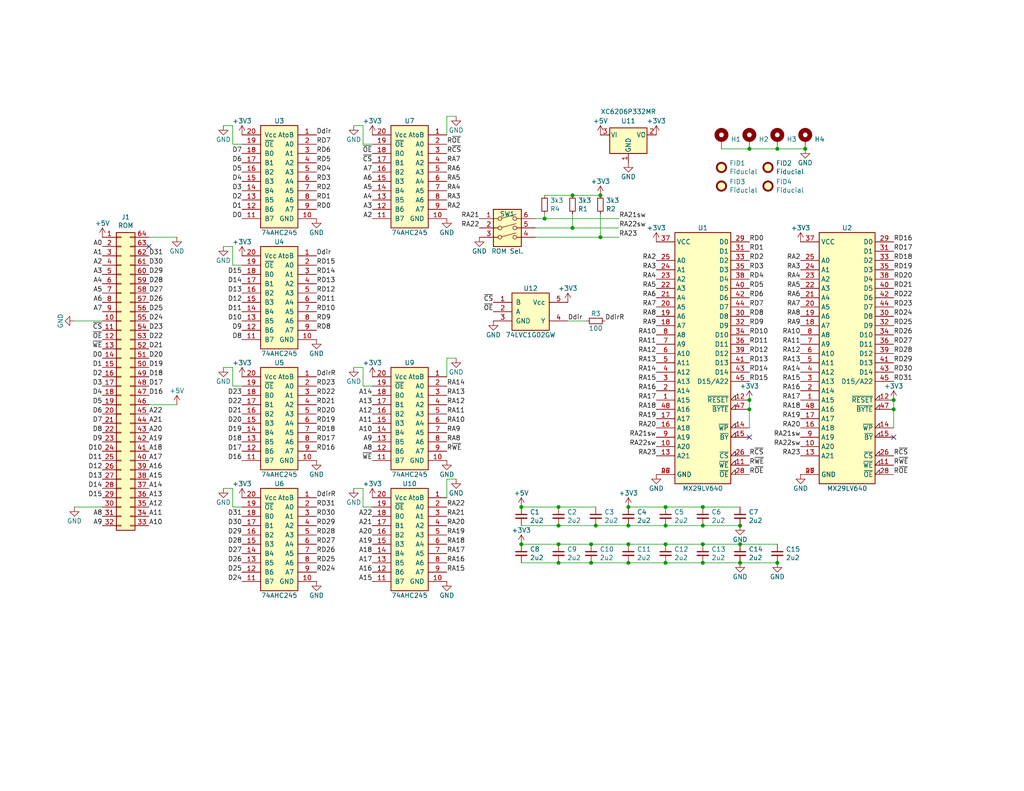
<source format=kicad_sch>
(kicad_sch (version 20211123) (generator eeschema)
  (paper "USLetter")
  (title_block (title "GW4402C Schematic") (date "2022-02-05") (rev "1.0") (company "Garrett's Workshop"))
  (lib_symbols
    (symbol "Connector_Generic:Conn_02x32_Counter_Clockwise" (pin_names (offset 1.016) hide)
      (property "Reference" "J" (at 1.27 40.64 0))
      (property "Value" "Conn_02x32_Counter_Clockwise" (at 1.27 -43.18 0))
      (symbol "Conn_02x32_Counter_Clockwise_1_1"
        (pin passive line (at -5.08 38.1 0) (length 3.81) (name "Pin_1") (number "1"))
        (pin passive line (at -5.08 15.24 0) (length 3.81) (name "Pin_10") (number "10"))
        (pin passive line (at -5.08 12.7 0) (length 3.81) (name "Pin_11") (number "11"))
        (pin passive line (at -5.08 10.16 0) (length 3.81) (name "Pin_12") (number "12"))
        (pin passive line (at -5.08 7.62 0) (length 3.81) (name "Pin_13") (number "13"))
        (pin passive line (at -5.08 5.08 0) (length 3.81) (name "Pin_14") (number "14"))
        (pin passive line (at -5.08 2.54 0) (length 3.81) (name "Pin_15") (number "15"))
        (pin passive line (at -5.08 0 0) (length 3.81) (name "Pin_16") (number "16"))
        (pin passive line (at -5.08 -2.54 0) (length 3.81) (name "Pin_17") (number "17"))
        (pin passive line (at -5.08 -5.08 0) (length 3.81) (name "Pin_18") (number "18"))
        (pin passive line (at -5.08 -7.62 0) (length 3.81) (name "Pin_19") (number "19"))
        (pin passive line (at -5.08 35.56 0) (length 3.81) (name "Pin_2") (number "2"))
        (pin passive line (at -5.08 -10.16 0) (length 3.81) (name "Pin_20") (number "20"))
        (pin passive line (at -5.08 -12.7 0) (length 3.81) (name "Pin_21") (number "21"))
        (pin passive line (at -5.08 -15.24 0) (length 3.81) (name "Pin_22") (number "22"))
        (pin passive line (at -5.08 -17.78 0) (length 3.81) (name "Pin_23") (number "23"))
        (pin passive line (at -5.08 -20.32 0) (length 3.81) (name "Pin_24") (number "24"))
        (pin passive line (at -5.08 -22.86 0) (length 3.81) (name "Pin_25") (number "25"))
        (pin passive line (at -5.08 -25.4 0) (length 3.81) (name "Pin_26") (number "26"))
        (pin passive line (at -5.08 -27.94 0) (length 3.81) (name "Pin_27") (number "27"))
        (pin passive line (at -5.08 -30.48 0) (length 3.81) (name "Pin_28") (number "28"))
        (pin passive line (at -5.08 -33.02 0) (length 3.81) (name "Pin_29") (number "29"))
        (pin passive line (at -5.08 33.02 0) (length 3.81) (name "Pin_3") (number "3"))
        (pin passive line (at -5.08 -35.56 0) (length 3.81) (name "Pin_30") (number "30"))
        (pin passive line (at -5.08 -38.1 0) (length 3.81) (name "Pin_31") (number "31"))
        (pin passive line (at -5.08 -40.64 0) (length 3.81) (name "Pin_32") (number "32"))
        (pin passive line (at 7.62 -40.64 180) (length 3.81) (name "Pin_33") (number "33"))
        (pin passive line (at 7.62 -38.1 180) (length 3.81) (name "Pin_34") (number "34"))
        (pin passive line (at 7.62 -35.56 180) (length 3.81) (name "Pin_35") (number "35"))
        (pin passive line (at 7.62 -33.02 180) (length 3.81) (name "Pin_36") (number "36"))
        (pin passive line (at 7.62 -30.48 180) (length 3.81) (name "Pin_37") (number "37"))
        (pin passive line (at 7.62 -27.94 180) (length 3.81) (name "Pin_38") (number "38"))
        (pin passive line (at 7.62 -25.4 180) (length 3.81) (name "Pin_39") (number "39"))
        (pin passive line (at -5.08 30.48 0) (length 3.81) (name "Pin_4") (number "4"))
        (pin passive line (at 7.62 -22.86 180) (length 3.81) (name "Pin_40") (number "40"))
        (pin passive line (at 7.62 -20.32 180) (length 3.81) (name "Pin_41") (number "41"))
        (pin passive line (at 7.62 -17.78 180) (length 3.81) (name "Pin_42") (number "42"))
        (pin passive line (at 7.62 -15.24 180) (length 3.81) (name "Pin_43") (number "43"))
        (pin passive line (at 7.62 -12.7 180) (length 3.81) (name "Pin_44") (number "44"))
        (pin passive line (at 7.62 -10.16 180) (length 3.81) (name "Pin_45") (number "45"))
        (pin passive line (at 7.62 -7.62 180) (length 3.81) (name "Pin_46") (number "46"))
        (pin passive line (at 7.62 -5.08 180) (length 3.81) (name "Pin_47") (number "47"))
        (pin passive line (at 7.62 -2.54 180) (length 3.81) (name "Pin_48") (number "48"))
        (pin passive line (at 7.62 0 180) (length 3.81) (name "Pin_49") (number "49"))
        (pin passive line (at -5.08 27.94 0) (length 3.81) (name "Pin_5") (number "5"))
        (pin passive line (at 7.62 2.54 180) (length 3.81) (name "Pin_50") (number "50"))
        (pin passive line (at 7.62 5.08 180) (length 3.81) (name "Pin_51") (number "51"))
        (pin passive line (at 7.62 7.62 180) (length 3.81) (name "Pin_52") (number "52"))
        (pin passive line (at 7.62 10.16 180) (length 3.81) (name "Pin_53") (number "53"))
        (pin passive line (at 7.62 12.7 180) (length 3.81) (name "Pin_54") (number "54"))
        (pin passive line (at 7.62 15.24 180) (length 3.81) (name "Pin_55") (number "55"))
        (pin passive line (at 7.62 17.78 180) (length 3.81) (name "Pin_56") (number "56"))
        (pin passive line (at 7.62 20.32 180) (length 3.81) (name "Pin_57") (number "57"))
        (pin passive line (at 7.62 22.86 180) (length 3.81) (name "Pin_58") (number "58"))
        (pin passive line (at 7.62 25.4 180) (length 3.81) (name "Pin_59") (number "59"))
        (pin passive line (at -5.08 25.4 0) (length 3.81) (name "Pin_6") (number "6"))
        (pin passive line (at 7.62 27.94 180) (length 3.81) (name "Pin_60") (number "60"))
        (pin passive line (at 7.62 30.48 180) (length 3.81) (name "Pin_61") (number "61"))
        (pin passive line (at 7.62 33.02 180) (length 3.81) (name "Pin_62") (number "62"))
        (pin passive line (at 7.62 35.56 180) (length 3.81) (name "Pin_63") (number "63"))
        (pin passive line (at 7.62 38.1 180) (length 3.81) (name "Pin_64") (number "64"))
        (pin passive line (at -5.08 22.86 0) (length 3.81) (name "Pin_7") (number "7"))
        (pin passive line (at -5.08 20.32 0) (length 3.81) (name "Pin_8") (number "8"))
        (pin passive line (at -5.08 17.78 0) (length 3.81) (name "Pin_9") (number "9"))
      )
    )
    (symbol "Device:C_Small" (pin_numbers hide) (pin_names (offset 0.254) hide)
      (property "Reference" "C" (at 0.254 1.778 0))
      (property "Value" "C_Small" (at 0.254 -2.032 0))
      (symbol "C_Small_1_1"
        (pin passive line (at 0 2.54 270) (length 2.032) (name "~") (number "1"))
        (pin passive line (at 0 -2.54 90) (length 2.032) (name "~") (number "2"))
      )
    )
    (symbol "Device:R_Small" (pin_numbers hide) (pin_names (offset 0.254) hide)
      (property "Reference" "R" (at 0.762 0.508 0))
      (property "Value" "R_Small" (at 0.762 -1.016 0))
      (symbol "R_Small_1_1"
        (pin passive line (at 0 2.54 270) (length 0.762) (name "~") (number "1"))
        (pin passive line (at 0 -2.54 90) (length 0.762) (name "~") (number "2"))
      )
    )
    (symbol "GW_Logic:741G02GW" (pin_names (offset 1.016))
      (property "Reference" "U" (at 0 6.35 0))
      (property "Value" "741G02GW" (at 0 -6.35 0))
      (symbol "741G02GW_1_1"
        (pin input line (at -10.16 2.54 0) (length 5.08) (name "B") (number "1"))
        (pin input line (at -10.16 0 0) (length 5.08) (name "A") (number "2"))
        (pin power_in line (at -10.16 -2.54 0) (length 5.08) (name "GND") (number "3"))
        (pin output line (at 10.16 -2.54 180) (length 5.08) (name "Y") (number "4"))
        (pin power_in line (at 10.16 2.54 180) (length 5.08) (name "Vcc") (number "5"))
      )
    )
    (symbol "GW_Logic:74245" (pin_names (offset 1.016))
      (property "Reference" "U" (at 0 15.24 0))
      (property "Value" "74245" (at 0 0 90))
      (symbol "74245_1_1"
        (pin input line (at -10.16 11.43 0) (length 5.08) (name "AtoB") (number "1"))
        (pin power_in line (at -10.16 -11.43 0) (length 5.08) (name "GND") (number "10"))
        (pin bidirectional line (at 10.16 -11.43 180) (length 5.08) (name "B7") (number "11"))
        (pin bidirectional line (at 10.16 -8.89 180) (length 5.08) (name "B6") (number "12"))
        (pin bidirectional line (at 10.16 -6.35 180) (length 5.08) (name "B5") (number "13"))
        (pin bidirectional line (at 10.16 -3.81 180) (length 5.08) (name "B4") (number "14"))
        (pin bidirectional line (at 10.16 -1.27 180) (length 5.08) (name "B3") (number "15"))
        (pin bidirectional line (at 10.16 1.27 180) (length 5.08) (name "B2") (number "16"))
        (pin bidirectional line (at 10.16 3.81 180) (length 5.08) (name "B1") (number "17"))
        (pin bidirectional line (at 10.16 6.35 180) (length 5.08) (name "B0") (number "18"))
        (pin input line (at 10.16 8.89 180) (length 5.08) (name "~{OE}") (number "19"))
        (pin bidirectional line (at -10.16 8.89 0) (length 5.08) (name "A0") (number "2"))
        (pin power_in line (at 10.16 11.43 180) (length 5.08) (name "Vcc") (number "20"))
        (pin bidirectional line (at -10.16 6.35 0) (length 5.08) (name "A1") (number "3"))
        (pin bidirectional line (at -10.16 3.81 0) (length 5.08) (name "A2") (number "4"))
        (pin bidirectional line (at -10.16 1.27 0) (length 5.08) (name "A3") (number "5"))
        (pin bidirectional line (at -10.16 -1.27 0) (length 5.08) (name "A4") (number "6"))
        (pin bidirectional line (at -10.16 -3.81 0) (length 5.08) (name "A5") (number "7"))
        (pin bidirectional line (at -10.16 -6.35 0) (length 5.08) (name "A6") (number "8"))
        (pin bidirectional line (at -10.16 -8.89 0) (length 5.08) (name "A7") (number "9"))
      )
    )
    (symbol "GW_RAM:Flash-4Mx16-TSOP1-48"
      (property "Reference" "U" (at 0 26.67 0))
      (property "Value" "Flash-4Mx16-TSOP1-48" (at 0 0 90))
      (symbol "Flash-4Mx16-TSOP1-48_0_0"
        (pin power_in line (at -12.7 -40.64 0) (length 5.08) (name "GND") (number "27"))
        (pin power_in line (at -12.7 22.86 0) (length 5.08) (name "VCC") (number "37"))
      )
      (symbol "Flash-4Mx16-TSOP1-48_1_1"
        (pin input line (at -12.7 -20.32 0) (length 5.08) (name "A15") (number "1"))
        (pin input line (at -12.7 -33.02 0) (length 5.08) (name "A20") (number "10"))
        (pin input input_low (at 12.7 -38.1 180) (length 5.08) (name "~{WE}") (number "11"))
        (pin input input_low (at 12.7 -20.32 180) (length 5.08) (name "~{RESET}") (number "12"))
        (pin input line (at -12.7 -35.56 0) (length 5.08) (name "A21") (number "13"))
        (pin input input_low (at 12.7 -27.94 180) (length 5.08) (name "~{WP}") (number "14"))
        (pin input input_low (at 12.7 -30.48 180) (length 5.08) (name "~{BY}") (number "15"))
        (pin input line (at -12.7 -27.94 0) (length 5.08) (name "A18") (number "16"))
        (pin input line (at -12.7 -25.4 0) (length 5.08) (name "A17") (number "17"))
        (pin input line (at -12.7 0 0) (length 5.08) (name "A7") (number "18"))
        (pin input line (at -12.7 2.54 0) (length 5.08) (name "A6") (number "19"))
        (pin input line (at -12.7 -17.78 0) (length 5.08) (name "A14") (number "2"))
        (pin input line (at -12.7 5.08 0) (length 5.08) (name "A5") (number "20"))
        (pin input line (at -12.7 7.62 0) (length 5.08) (name "A4") (number "21"))
        (pin input line (at -12.7 10.16 0) (length 5.08) (name "A3") (number "22"))
        (pin input line (at -12.7 12.7 0) (length 5.08) (name "A2") (number "23"))
        (pin input line (at -12.7 15.24 0) (length 5.08) (name "A1") (number "24"))
        (pin input line (at -12.7 17.78 0) (length 5.08) (name "A0") (number "25"))
        (pin input input_low (at 12.7 -35.56 180) (length 5.08) (name "~{CS}") (number "26"))
        (pin input input_low (at 12.7 -40.64 180) (length 5.08) (name "~{OE}") (number "28"))
        (pin bidirectional line (at 12.7 22.86 180) (length 5.08) (name "D0") (number "29"))
        (pin input line (at -12.7 -15.24 0) (length 5.08) (name "A13") (number "3"))
        (pin bidirectional line (at 12.7 2.54 180) (length 5.08) (name "D8") (number "30"))
        (pin bidirectional line (at 12.7 20.32 180) (length 5.08) (name "D1") (number "31"))
        (pin bidirectional line (at 12.7 0 180) (length 5.08) (name "D9") (number "32"))
        (pin bidirectional line (at 12.7 17.78 180) (length 5.08) (name "D2") (number "33"))
        (pin bidirectional line (at 12.7 -2.54 180) (length 5.08) (name "D10") (number "34"))
        (pin bidirectional line (at 12.7 15.24 180) (length 5.08) (name "D3") (number "35"))
        (pin bidirectional line (at 12.7 -5.08 180) (length 5.08) (name "D11") (number "36"))
        (pin bidirectional line (at 12.7 12.7 180) (length 5.08) (name "D4") (number "38"))
        (pin bidirectional line (at 12.7 -7.62 180) (length 5.08) (name "D12") (number "39"))
        (pin input line (at -12.7 -12.7 0) (length 5.08) (name "A12") (number "4"))
        (pin bidirectional line (at 12.7 10.16 180) (length 5.08) (name "D5") (number "40"))
        (pin bidirectional line (at 12.7 -10.16 180) (length 5.08) (name "D13") (number "41"))
        (pin bidirectional line (at 12.7 7.62 180) (length 5.08) (name "D6") (number "42"))
        (pin bidirectional line (at 12.7 -12.7 180) (length 5.08) (name "D14") (number "43"))
        (pin bidirectional line (at 12.7 5.08 180) (length 5.08) (name "D7") (number "44"))
        (pin bidirectional line (at 12.7 -15.24 180) (length 5.08) (name "D15/A22") (number "45"))
        (pin power_in line (at -12.7 -40.64 0) (length 5.08) (name "GND") (number "46"))
        (pin input input_low (at 12.7 -22.86 180) (length 5.08) (name "~{BYTE}") (number "47"))
        (pin input line (at -12.7 -22.86 0) (length 5.08) (name "A16") (number "48"))
        (pin input line (at -12.7 -10.16 0) (length 5.08) (name "A11") (number "5"))
        (pin input line (at -12.7 -7.62 0) (length 5.08) (name "A10") (number "6"))
        (pin input line (at -12.7 -5.08 0) (length 5.08) (name "A9") (number "7"))
        (pin input line (at -12.7 -2.54 0) (length 5.08) (name "A8") (number "8"))
        (pin input line (at -12.7 -30.48 0) (length 5.08) (name "A19") (number "9"))
      )
    )
    (symbol "Mechanical:Fiducial"
      (property "Reference" "FID" (at 0 5.08 0))
      (property "Value" "Fiducial" (at 0 3.175 0))
    )
    (symbol "Mechanical:MountingHole_Pad" (pin_numbers hide) (pin_names (offset 1.016) hide)
      (property "Reference" "H" (at 0 6.35 0))
      (property "Value" "MountingHole_Pad" (at 0 4.445 0))
      (symbol "MountingHole_Pad_1_1"
        (pin input line (at 0 -2.54 90) (length 2.54) (name "1") (number "1"))
      )
    )
    (symbol "Regulator_Linear:XC6206PxxxMR" (pin_names (offset 0.254))
      (property "Reference" "U" (at -3.81 3.175 0))
      (property "Value" "XC6206PxxxMR" (at 0 3.175 0))
      (symbol "XC6206PxxxMR_1_1"
        (pin power_in line (at 0 -7.62 90) (length 2.54) (name "GND") (number "1"))
        (pin power_out line (at 7.62 0 180) (length 2.54) (name "VO") (number "2"))
        (pin power_in line (at -7.62 0 0) (length 2.54) (name "VI") (number "3"))
      )
    )
    (symbol "Switch:SW_DIP_x03" (pin_names (offset 0) hide)
      (property "Reference" "SW" (at 0 8.89 0))
      (property "Value" "SW_DIP_x03" (at 0 -3.81 0))
      (symbol "SW_DIP_x03_1_1"
        (pin passive line (at -7.62 5.08 0) (length 5.08) (name "~") (number "1"))
        (pin passive line (at -7.62 2.54 0) (length 5.08) (name "~") (number "2"))
        (pin passive line (at -7.62 0 0) (length 5.08) (name "~") (number "3"))
        (pin passive line (at 7.62 0 180) (length 5.08) (name "~") (number "4"))
        (pin passive line (at 7.62 2.54 180) (length 5.08) (name "~") (number "5"))
        (pin passive line (at 7.62 5.08 180) (length 5.08) (name "~") (number "6"))
      )
    )
    (symbol "power:+3V3" (power) (pin_names (offset 0))
      (property "Value" "+3V3" (at 0 3.556 0))
      (symbol "+3V3_1_1"
        (pin power_in line (at 0 0 90) (length 0) hide (name "+3V3") (number "1"))
      )
    )
    (symbol "power:+5V" (power) (pin_names (offset 0))
      (property "Value" "+5V" (at 0 3.556 0))
      (symbol "+5V_1_1"
        (pin power_in line (at 0 0 90) (length 0) hide (name "+5V") (number "1"))
      )
    )
    (symbol "power:GND" (power) (pin_names (offset 0))
      (property "Value" "GND" (at 0 -3.81 0))
      (symbol "GND_1_1"
        (pin power_in line (at 0 0 270) (length 0) hide (name "GND") (number "1"))
      )
    )
  )
  (junction (at 181.61 138.43))
  (junction (at 171.45 138.43))
  (junction (at 152.4 148.59))
  (junction (at 156.21 53.34))
  (junction (at 219.71 40.64))
  (junction (at 142.24 148.59))
  (junction (at 171.45 143.51))
  (junction (at 204.47 109.22))
  (junction (at 171.45 148.59))
  (junction (at 161.29 148.59))
  (junction (at 212.09 153.67))
  (junction (at 204.47 40.64))
  (junction (at 191.77 138.43))
  (junction (at 163.83 64.77))
  (junction (at 212.09 40.64))
  (junction (at 161.29 153.67))
  (junction (at 156.21 62.23))
  (junction (at 191.77 148.59))
  (junction (at 142.24 138.43))
  (junction (at 152.4 143.51))
  (junction (at 181.61 143.51))
  (junction (at 201.93 153.67))
  (junction (at 163.83 53.34))
  (junction (at 162.56 143.51))
  (junction (at 191.77 143.51))
  (junction (at 148.59 59.69))
  (junction (at 181.61 148.59))
  (junction (at 243.84 111.76))
  (junction (at 204.47 111.76))
  (junction (at 171.45 153.67))
  (junction (at 201.93 148.59))
  (junction (at 191.77 153.67))
  (junction (at 152.4 153.67))
  (junction (at 201.93 143.51))
  (junction (at 181.61 153.67))
  (junction (at 152.4 138.43))
  (junction (at 243.84 109.22))
  (no_connect (at 40.64 67.31))
  (no_connect (at 204.47 119.38))
  (no_connect (at 243.84 119.38))
  (wire (pts (xy 204.47 40.64) (xy 212.09 40.64)))
  (wire (pts (xy 124.46 97.79) (xy 121.92 97.79)))
  (wire (pts (xy 191.77 153.67) (xy 201.93 153.67)))
  (wire (pts (xy 142.24 153.67) (xy 152.4 153.67)))
  (wire (pts (xy 171.45 153.67) (xy 181.61 153.67)))
  (wire (pts (xy 121.92 102.87) (xy 121.92 97.79)))
  (wire (pts (xy 204.47 116.84) (xy 204.47 111.76)))
  (wire (pts (xy 152.4 153.67) (xy 161.29 153.67)))
  (wire (pts (xy 60.96 133.35) (xy 63.5 133.35)))
  (wire (pts (xy 121.92 36.83) (xy 121.92 31.75)))
  (wire (pts (xy 181.61 153.67) (xy 191.77 153.67)))
  (wire (pts (xy 63.5 39.37) (xy 66.04 39.37)))
  (wire (pts (xy 171.45 148.59) (xy 181.61 148.59)))
  (wire (pts (xy 142.24 138.43) (xy 152.4 138.43)))
  (wire (pts (xy 146.05 59.69) (xy 148.59 59.69)))
  (wire (pts (xy 99.06 100.33) (xy 99.06 105.41)))
  (wire (pts (xy 99.06 138.43) (xy 101.6 138.43)))
  (wire (pts (xy 142.24 143.51) (xy 152.4 143.51)))
  (wire (pts (xy 96.52 34.29) (xy 99.06 34.29)))
  (wire (pts (xy 63.5 67.31) (xy 63.5 72.39)))
  (wire (pts (xy 201.93 148.59) (xy 212.09 148.59)))
  (wire (pts (xy 20.32 138.43) (xy 27.94 138.43)))
  (wire (pts (xy 63.5 72.39) (xy 66.04 72.39)))
  (wire (pts (xy 168.91 59.69) (xy 148.59 59.69)))
  (wire (pts (xy 121.92 135.89) (xy 121.92 130.81)))
  (wire (pts (xy 163.83 64.77) (xy 168.91 64.77)))
  (wire (pts (xy 156.21 53.34) (xy 148.59 53.34)))
  (wire (pts (xy 63.5 100.33) (xy 63.5 105.41)))
  (wire (pts (xy 171.45 138.43) (xy 181.61 138.43)))
  (wire (pts (xy 201.93 153.67) (xy 212.09 153.67)))
  (wire (pts (xy 154.94 87.63) (xy 160.02 87.63)))
  (wire (pts (xy 243.84 111.76) (xy 243.84 116.84)))
  (wire (pts (xy 171.45 143.51) (xy 181.61 143.51)))
  (wire (pts (xy 191.77 148.59) (xy 201.93 148.59)))
  (wire (pts (xy 99.06 34.29) (xy 99.06 39.37)))
  (wire (pts (xy 181.61 143.51) (xy 191.77 143.51)))
  (wire (pts (xy 181.61 138.43) (xy 191.77 138.43)))
  (wire (pts (xy 152.4 138.43) (xy 162.56 138.43)))
  (wire (pts (xy 60.96 100.33) (xy 63.5 100.33)))
  (wire (pts (xy 63.5 138.43) (xy 66.04 138.43)))
  (wire (pts (xy 63.5 105.41) (xy 66.04 105.41)))
  (wire (pts (xy 191.77 138.43) (xy 201.93 138.43)))
  (wire (pts (xy 163.83 53.34) (xy 156.21 53.34)))
  (wire (pts (xy 148.59 59.69) (xy 148.59 58.42)))
  (wire (pts (xy 20.32 87.63) (xy 27.94 87.63)))
  (wire (pts (xy 146.05 62.23) (xy 156.21 62.23)))
  (wire (pts (xy 196.85 40.64) (xy 204.47 40.64)))
  (wire (pts (xy 156.21 58.42) (xy 156.21 62.23)))
  (wire (pts (xy 163.83 58.42) (xy 163.83 64.77)))
  (wire (pts (xy 142.24 148.59) (xy 152.4 148.59)))
  (wire (pts (xy 152.4 143.51) (xy 162.56 143.51)))
  (wire (pts (xy 63.5 34.29) (xy 63.5 39.37)))
  (wire (pts (xy 99.06 133.35) (xy 99.06 138.43)))
  (wire (pts (xy 204.47 109.22) (xy 204.47 111.76)))
  (wire (pts (xy 63.5 133.35) (xy 63.5 138.43)))
  (wire (pts (xy 191.77 143.51) (xy 201.93 143.51)))
  (wire (pts (xy 99.06 105.41) (xy 101.6 105.41)))
  (wire (pts (xy 181.61 148.59) (xy 191.77 148.59)))
  (wire (pts (xy 60.96 67.31) (xy 63.5 67.31)))
  (wire (pts (xy 48.26 64.77) (xy 40.64 64.77)))
  (wire (pts (xy 212.09 40.64) (xy 219.71 40.64)))
  (wire (pts (xy 243.84 111.76) (xy 243.84 109.22)))
  (wire (pts (xy 96.52 133.35) (xy 99.06 133.35)))
  (wire (pts (xy 156.21 62.23) (xy 168.91 62.23)))
  (wire (pts (xy 161.29 148.59) (xy 152.4 148.59)))
  (wire (pts (xy 161.29 148.59) (xy 171.45 148.59)))
  (wire (pts (xy 124.46 130.81) (xy 121.92 130.81)))
  (wire (pts (xy 146.05 64.77) (xy 163.83 64.77)))
  (wire (pts (xy 99.06 39.37) (xy 101.6 39.37)))
  (wire (pts (xy 48.26 110.49) (xy 40.64 110.49)))
  (wire (pts (xy 162.56 143.51) (xy 171.45 143.51)))
  (wire (pts (xy 124.46 31.75) (xy 121.92 31.75)))
  (wire (pts (xy 60.96 34.29) (xy 63.5 34.29)))
  (wire (pts (xy 161.29 153.67) (xy 171.45 153.67)))
  (wire (pts (xy 96.52 100.33) (xy 99.06 100.33)))
  (label "RD25" (at 243.84 88.9 0))
  (label "D7" (at 27.94 115.57 180))
  (label "RA16" (at 179.07 106.68 180))
  (label "D12" (at 66.04 82.55 180))
  (label "RD28" (at 243.84 96.52 0))
  (label "A12" (at 40.64 138.43 0))
  (label "A2" (at 27.94 72.39 180))
  (label "D24" (at 66.04 158.75 180))
  (label "D4" (at 66.04 49.53 180))
  (label "D27" (at 40.64 80.01 0))
  (label "RD8" (at 204.47 86.36 0))
  (label "A16" (at 101.6 156.21 180))
  (label "A22" (at 40.64 113.03 0))
  (label "RD19" (at 243.84 73.66 0))
  (label "RA7" (at 121.92 44.45 0))
  (label "D22" (at 40.64 92.71 0))
  (label "A9" (at 101.6 120.65 180))
  (label "D25" (at 66.04 156.21 180))
  (label "RD21" (at 86.36 110.49 0))
  (label "RD7" (at 204.47 83.82 0))
  (label "RD13" (at 204.47 99.06 0))
  (label "RA5" (at 121.92 49.53 0))
  (label "RA6" (at 121.92 46.99 0))
  (label "RD11" (at 86.36 82.55 0))
  (label "RA18" (at 218.44 111.76 180))
  (label "A21" (at 40.64 115.57 0))
  (label "RA6" (at 179.07 81.28 180))
  (label "D10" (at 66.04 87.63 180))
  (label "RD6" (at 86.36 41.91 0))
  (label "D21" (at 40.64 95.25 0))
  (label "RD27" (at 243.84 93.98 0))
  (label "RA21sw" (at 168.91 59.69 0))
  (label "D3" (at 66.04 52.07 180))
  (label "D31" (at 40.64 69.85 0))
  (label "RA22sw" (at 218.44 121.92 180))
  (label "RA16" (at 121.92 153.67 0))
  (label "RA20" (at 179.07 116.84 180))
  (label "RD3" (at 86.36 49.53 0))
  (label "Ddir" (at 154.94 87.63 0))
  (label "D0" (at 66.04 59.69 180))
  (label "A21" (at 101.6 143.51 180))
  (label "A9" (at 27.94 143.51 180))
  (label "RD21" (at 243.84 78.74 0))
  (label "A3" (at 27.94 74.93 180))
  (label "RD30" (at 243.84 101.6 0))
  (label "RA16" (at 218.44 106.68 180))
  (label "RD3" (at 204.47 73.66 0))
  (label "RA22sw" (at 179.07 121.92 180))
  (label "D9" (at 27.94 120.65 180))
  (label "RA3" (at 179.07 73.66 180))
  (label "DdirR" (at 165.1 87.63 0))
  (label "D23" (at 40.64 90.17 0))
  (label "R~{CS}" (at 121.92 41.91 0))
  (label "~{CS}" (at 101.6 44.45 180))
  (label "RA6" (at 218.44 81.28 180))
  (label "RA18" (at 121.92 148.59 0))
  (label "RD11" (at 204.47 93.98 0))
  (label "D5" (at 27.94 110.49 180))
  (label "DdirR" (at 86.36 102.87 0))
  (label "A15" (at 101.6 158.75 180))
  (label "RA13" (at 218.44 99.06 180))
  (label "RA4" (at 121.92 52.07 0))
  (label "RD15" (at 204.47 104.14 0))
  (label "RA23" (at 179.07 124.46 180))
  (label "RA21" (at 121.92 140.97 0))
  (label "RD27" (at 86.36 148.59 0))
  (label "D27" (at 66.04 151.13 180))
  (label "RA17" (at 121.92 151.13 0))
  (label "D15" (at 66.04 74.93 180))
  (label "RD31" (at 243.84 104.14 0))
  (label "RD4" (at 86.36 46.99 0))
  (label "RD16" (at 86.36 123.19 0))
  (label "RD18" (at 86.36 118.11 0))
  (label "D29" (at 40.64 74.93 0))
  (label "RA5" (at 218.44 78.74 180))
  (label "Ddir" (at 86.36 36.83 0))
  (label "RD9" (at 86.36 87.63 0))
  (label "RA7" (at 179.07 83.82 180))
  (label "A1" (at 27.94 69.85 180))
  (label "RA7" (at 218.44 83.82 180))
  (label "A4" (at 27.94 77.47 180))
  (label "D21" (at 66.04 113.03 180))
  (label "D8" (at 66.04 92.71 180))
  (label "RA19" (at 218.44 114.3 180))
  (label "RA22" (at 130.81 62.23 180))
  (label "RA11" (at 179.07 93.98 180))
  (label "~{CS}" (at 27.94 90.17 180))
  (label "A3" (at 101.6 57.15 180))
  (label "A11" (at 101.6 115.57 180))
  (label "RD24" (at 243.84 86.36 0))
  (label "RA10" (at 121.92 115.57 0))
  (label "RA10" (at 218.44 91.44 180))
  (label "A20" (at 40.64 118.11 0))
  (label "D13" (at 27.94 130.81 180))
  (label "RA10" (at 179.07 91.44 180))
  (label "RA9" (at 121.92 118.11 0))
  (label "RD5" (at 204.47 78.74 0))
  (label "A20" (at 101.6 146.05 180))
  (label "RA23" (at 168.91 64.77 0))
  (label "R~{WE}" (at 243.84 127 0))
  (label "RD14" (at 204.47 101.6 0))
  (label "RD18" (at 243.84 71.12 0))
  (label "A0" (at 27.94 67.31 180))
  (label "D16" (at 66.04 125.73 180))
  (label "D28" (at 40.64 77.47 0))
  (label "A22" (at 101.6 140.97 180))
  (label "RD13" (at 86.36 77.47 0))
  (label "A8" (at 27.94 140.97 180))
  (label "A16" (at 40.64 128.27 0))
  (label "A7" (at 101.6 46.99 180))
  (label "~{WE}" (at 27.94 95.25 180))
  (label "RA20" (at 121.92 143.51 0))
  (label "D11" (at 27.94 125.73 180))
  (label "Ddir" (at 86.36 69.85 0))
  (label "RA17" (at 179.07 109.22 180))
  (label "RA2" (at 121.92 57.15 0))
  (label "RD23" (at 243.84 83.82 0))
  (label "D30" (at 66.04 143.51 180))
  (label "RA13" (at 179.07 99.06 180))
  (label "D23" (at 66.04 107.95 180))
  (label "D12" (at 27.94 128.27 180))
  (label "RA21sw" (at 218.44 119.38 180))
  (label "D19" (at 40.64 100.33 0))
  (label "RD6" (at 204.47 81.28 0))
  (label "RA15" (at 179.07 104.14 180))
  (label "RA4" (at 179.07 76.2 180))
  (label "RA13" (at 121.92 107.95 0))
  (label "RA19" (at 179.07 114.3 180))
  (label "D6" (at 66.04 44.45 180))
  (label "RA4" (at 218.44 76.2 180))
  (label "RA15" (at 218.44 104.14 180))
  (label "D4" (at 27.94 107.95 180))
  (label "A4" (at 101.6 54.61 180))
  (label "R~{OE}" (at 204.47 129.54 0))
  (label "RD22" (at 243.84 81.28 0))
  (label "R~{CS}" (at 204.47 124.46 0))
  (label "A6" (at 27.94 82.55 180))
  (label "D24" (at 40.64 87.63 0))
  (label "RA8" (at 179.07 86.36 180))
  (label "RA3" (at 218.44 73.66 180))
  (label "RD31" (at 86.36 138.43 0))
  (label "D14" (at 66.04 77.47 180))
  (label "RD28" (at 86.36 146.05 0))
  (label "D6" (at 27.94 113.03 180))
  (label "D20" (at 66.04 115.57 180))
  (label "RA8" (at 218.44 86.36 180))
  (label "RA2" (at 218.44 71.12 180))
  (label "A5" (at 101.6 52.07 180))
  (label "RD29" (at 243.84 99.06 0))
  (label "A2" (at 101.6 59.69 180))
  (label "A14" (at 40.64 133.35 0))
  (label "RD14" (at 86.36 74.93 0))
  (label "RA14" (at 218.44 101.6 180))
  (label "RD25" (at 86.36 153.67 0))
  (label "A18" (at 101.6 151.13 180))
  (label "D31" (at 66.04 140.97 180))
  (label "RD22" (at 86.36 107.95 0))
  (label "D16" (at 40.64 107.95 0))
  (label "RA20" (at 218.44 116.84 180))
  (label "RD8" (at 86.36 90.17 0))
  (label "A5" (at 27.94 80.01 180))
  (label "RA12" (at 218.44 96.52 180))
  (label "RD0" (at 204.47 66.04 0))
  (label "RD26" (at 86.36 151.13 0))
  (label "A10" (at 40.64 143.51 0))
  (label "A19" (at 40.64 120.65 0))
  (label "RA5" (at 179.07 78.74 180))
  (label "R~{WE}" (at 121.92 123.19 0))
  (label "D5" (at 66.04 46.99 180))
  (label "D1" (at 66.04 57.15 180))
  (label "A11" (at 40.64 140.97 0))
  (label "RD9" (at 204.47 88.9 0))
  (label "DdirR" (at 86.36 135.89 0))
  (label "RD2" (at 86.36 52.07 0))
  (label "RD26" (at 243.84 91.44 0))
  (label "RD23" (at 86.36 105.41 0))
  (label "RA12" (at 121.92 110.49 0))
  (label "RD7" (at 86.36 39.37 0))
  (label "RD17" (at 86.36 120.65 0))
  (label "A10" (at 101.6 118.11 180))
  (label "A7" (at 27.94 85.09 180))
  (label "A15" (at 40.64 130.81 0))
  (label "D15" (at 27.94 135.89 180))
  (label "D13" (at 66.04 80.01 180))
  (label "RD10" (at 204.47 91.44 0))
  (label "RA2" (at 179.07 71.12 180))
  (label "~{CS}" (at 134.62 82.55 180))
  (label "A8" (at 101.6 123.19 180))
  (label "RA9" (at 179.07 88.9 180))
  (label "RA15" (at 121.92 156.21 0))
  (label "D2" (at 27.94 102.87 180))
  (label "D3" (at 27.94 105.41 180))
  (label "R~{OE}" (at 243.84 129.54 0))
  (label "RD1" (at 86.36 54.61 0))
  (label "D22" (at 66.04 110.49 180))
  (label "RD5" (at 86.36 44.45 0))
  (label "RA8" (at 121.92 120.65 0))
  (label "A13" (at 101.6 110.49 180))
  (label "RD4" (at 204.47 76.2 0))
  (label "D19" (at 66.04 118.11 180))
  (label "RA11" (at 121.92 113.03 0))
  (label "RA9" (at 218.44 88.9 180))
  (label "RD24" (at 86.36 156.21 0))
  (label "RA21" (at 130.81 59.69 180))
  (label "RA19" (at 121.92 146.05 0))
  (label "~{OE}" (at 101.6 41.91 180))
  (label "RD19" (at 86.36 115.57 0))
  (label "RD15" (at 86.36 72.39 0))
  (label "RA22" (at 121.92 138.43 0))
  (label "D8" (at 27.94 118.11 180))
  (label "RD16" (at 243.84 66.04 0))
  (label "D18" (at 66.04 120.65 180))
  (label "RD12" (at 86.36 80.01 0))
  (label "A14" (at 101.6 107.95 180))
  (label "~{OE}" (at 27.94 92.71 180))
  (label "D26" (at 66.04 153.67 180))
  (label "A6" (at 101.6 49.53 180))
  (label "D2" (at 66.04 54.61 180))
  (label "R~{CS}" (at 243.84 124.46 0))
  (label "RD1" (at 204.47 68.58 0))
  (label "RA11" (at 218.44 93.98 180))
  (label "RA14" (at 121.92 105.41 0))
  (label "A13" (at 40.64 135.89 0))
  (label "RD17" (at 243.84 68.58 0))
  (label "A12" (at 101.6 113.03 180))
  (label "RD20" (at 243.84 76.2 0))
  (label "D28" (at 66.04 148.59 180))
  (label "~{OE}" (at 134.62 85.09 180))
  (label "D9" (at 66.04 90.17 180))
  (label "A17" (at 40.64 125.73 0))
  (label "D17" (at 40.64 105.41 0))
  (label "D29" (at 66.04 146.05 180))
  (label "D18" (at 40.64 102.87 0))
  (label "D30" (at 40.64 72.39 0))
  (label "D14" (at 27.94 133.35 180))
  (label "D20" (at 40.64 97.79 0))
  (label "RA3" (at 121.92 54.61 0))
  (label "A17" (at 101.6 153.67 180))
  (label "RD10" (at 86.36 85.09 0))
  (label "RA23" (at 218.44 124.46 180))
  (label "D10" (at 27.94 123.19 180))
  (label "D7" (at 66.04 41.91 180))
  (label "RA12" (at 179.07 96.52 180))
  (label "RA18" (at 179.07 111.76 180))
  (label "D0" (at 27.94 97.79 180))
  (label "D25" (at 40.64 85.09 0))
  (label "RD2" (at 204.47 71.12 0))
  (label "RD29" (at 86.36 143.51 0))
  (label "RA14" (at 179.07 101.6 180))
  (label "RD12" (at 204.47 96.52 0))
  (label "D1" (at 27.94 100.33 180))
  (label "~{WE}" (at 101.6 125.73 180))
  (label "R~{WE}" (at 204.47 127 0))
  (label "D26" (at 40.64 82.55 0))
  (label "RA21sw" (at 179.07 119.38 180))
  (label "RA17" (at 218.44 109.22 180))
  (label "A18" (at 40.64 123.19 0))
  (label "D11" (at 66.04 85.09 180))
  (label "RD20" (at 86.36 113.03 0))
  (label "RD0" (at 86.36 57.15 0))
  (label "A19" (at 101.6 148.59 180))
  (label "R~{OE}" (at 121.92 39.37 0))
  (label "RA22sw" (at 168.91 62.23 0))
  (label "D17" (at 66.04 123.19 180))
  (label "RD30" (at 86.36 140.97 0))
  (symbol (lib_id "power:GND") (at 201.93 143.51 0) (unit 1)
    (property "Reference" "#PWR0114" (effects hide))
    (property "Value" "GND" (at 201.93 147.32 0))
  )
  (symbol (lib_id "Connector_Generic:Conn_02x32_Counter_Clockwise") (at 33.02 102.87 0) (unit 1)
    (property "Reference" "J1" (at 34.29 59.2582 0))
    (property "Value" "ROM" (at 34.29 61.5696 0))
    (property "Footprint" "stdpads:MacIIROMSIMM_Edge" (effects hide))
  )
  (symbol (lib_id "power:+5V") (at 27.94 64.77 0) (unit 1)
    (property "Reference" "#PWR0109" (effects hide))
    (property "Value" "+5V" (at 27.94 60.96 0))
  )
  (symbol (lib_id "power:+5V") (at 48.26 110.49 0) (unit 1)
    (property "Reference" "#PWR0110" (effects hide))
    (property "Value" "+5V" (at 48.26 106.68 0))
  )
  (symbol (lib_id "Device:C_Small") (at 181.61 140.97 0) (unit 1)
    (property "Reference" "C5" (at 183.9468 139.8016 0) (effects (justify left)))
    (property "Value" "2u2" (at 183.9468 142.113 0) (effects (justify left)))
    (property "Footprint" "stdpads:C_0603" (effects hide))
    (property "LCSC Part" "C23630" (effects hide))
  )
  (symbol (lib_id "Device:C_Small") (at 191.77 140.97 0) (unit 1)
    (property "Reference" "C6" (at 194.1068 139.8016 0) (effects (justify left)))
    (property "Value" "2u2" (at 194.1068 142.113 0) (effects (justify left)))
    (property "Footprint" "stdpads:C_0603" (effects hide))
    (property "LCSC Part" "C23630" (effects hide))
  )
  (symbol (lib_id "power:GND") (at 20.32 138.43 0) (unit 1)
    (property "Reference" "#PWR0111" (effects hide))
    (property "Value" "GND" (at 20.32 142.24 0))
  )
  (symbol (lib_id "power:GND") (at 48.26 64.77 0) (unit 1)
    (property "Reference" "#PWR0112" (effects hide))
    (property "Value" "GND" (at 48.26 68.58 0))
  )
  (symbol (lib_id "power:GND") (at 20.32 87.63 270) (unit 1)
    (property "Reference" "#PWR0115" (effects hide))
    (property "Value" "GND" (at 16.51 87.63 0))
  )
  (symbol (lib_id "GW_RAM:Flash-4Mx16-TSOP1-48") (at 191.77 88.9 0) (unit 1)
    (property "Reference" "U1" (at 191.77 62.23 0))
    (property "Value" "MX29LV640" (at 191.77 133.35 0))
    (property "Footprint" "stdpads:TSOP-I-48_18.4x12mm_P0.5mm" (effects hide))
    (property "Datasheet" "http://ww1.microchip.com/downloads/en/DeviceDoc/25022B.pdf" (effects hide))
    (property "LCSC Part" "C117907" (effects hide))
  )
  (symbol (lib_id "GW_RAM:Flash-4Mx16-TSOP1-48") (at 231.14 88.9 0) (unit 1)
    (property "Reference" "U2" (at 231.14 62.23 0))
    (property "Value" "MX29LV640" (at 231.14 133.35 0))
    (property "Footprint" "stdpads:TSOP-I-48_18.4x12mm_P0.5mm" (effects hide))
    (property "Datasheet" "http://ww1.microchip.com/downloads/en/DeviceDoc/25022B.pdf" (effects hide))
    (property "LCSC Part" "C117907" (effects hide))
  )
  (symbol (lib_id "power:+3V3") (at 204.47 109.22 0) (unit 1)
    (property "Reference" "#PWR0120" (effects hide))
    (property "Value" "+3V3" (at 204.47 105.41 0))
  )
  (symbol (lib_id "power:+3V3") (at 179.07 66.04 0) (unit 1)
    (property "Reference" "#PWR0119" (effects hide))
    (property "Value" "+3V3" (at 179.07 62.23 0))
  )
  (symbol (lib_id "power:+3V3") (at 218.44 66.04 0) (unit 1)
    (property "Reference" "#PWR0118" (effects hide))
    (property "Value" "+3V3" (at 218.44 62.23 0))
  )
  (symbol (lib_id "power:+3V3") (at 243.84 109.22 0) (unit 1)
    (property "Reference" "#PWR0117" (effects hide))
    (property "Value" "+3V3" (at 243.84 105.41 0))
  )
  (symbol (lib_id "power:GND") (at 179.07 129.54 0) (unit 1)
    (property "Reference" "#PWR0116" (effects hide))
    (property "Value" "GND" (at 179.07 133.35 0))
  )
  (symbol (lib_id "power:GND") (at 218.44 129.54 0) (unit 1)
    (property "Reference" "#PWR0113" (effects hide))
    (property "Value" "GND" (at 218.44 133.35 0))
  )
  (symbol (lib_id "Device:C_Small") (at 181.61 151.13 0) (unit 1)
    (property "Reference" "C12" (at 183.9468 149.9616 0) (effects (justify left)))
    (property "Value" "2u2" (at 183.9468 152.273 0) (effects (justify left)))
    (property "Footprint" "stdpads:C_0603" (effects hide))
    (property "LCSC Part" "C23630" (effects hide))
  )
  (symbol (lib_id "Device:C_Small") (at 191.77 151.13 0) (unit 1)
    (property "Reference" "C13" (at 194.1068 149.9616 0) (effects (justify left)))
    (property "Value" "2u2" (at 194.1068 152.273 0) (effects (justify left)))
    (property "Footprint" "stdpads:C_0603" (effects hide))
    (property "LCSC Part" "C23630" (effects hide))
  )
  (symbol (lib_id "GW_Logic:74245") (at 76.2 147.32 0) (mirror y) (unit 1)
    (property "Reference" "U6" (at 76.2 132.08 0))
    (property "Value" "74AHC245" (at 76.2 162.56 0))
    (property "Footprint" "stdpads:TSSOP-20_4.4x6.5mm_P0.65mm" (effects hide))
    (property "LCSC Part" "C132987" (effects hide))
  )
  (symbol (lib_id "power:GND") (at 86.36 158.75 0) (mirror y) (unit 1)
    (property "Reference" "#PWR0101" (effects hide))
    (property "Value" "GND" (at 86.36 162.56 0))
  )
  (symbol (lib_id "power:+3V3") (at 66.04 135.89 0) (mirror y) (unit 1)
    (property "Reference" "#PWR0102" (effects hide))
    (property "Value" "+3V3" (at 66.04 132.08 0))
  )
  (symbol (lib_id "GW_Logic:74245") (at 76.2 114.3 0) (mirror y) (unit 1)
    (property "Reference" "U5" (at 76.2 99.06 0))
    (property "Value" "74AHC245" (at 76.2 129.54 0))
    (property "Footprint" "stdpads:TSSOP-20_4.4x6.5mm_P0.65mm" (effects hide))
    (property "LCSC Part" "C132987" (effects hide))
  )
  (symbol (lib_id "power:GND") (at 86.36 125.73 0) (mirror y) (unit 1)
    (property "Reference" "#PWR0103" (effects hide))
    (property "Value" "GND" (at 86.36 129.54 0))
  )
  (symbol (lib_id "power:+3V3") (at 66.04 102.87 0) (mirror y) (unit 1)
    (property "Reference" "#PWR0104" (effects hide))
    (property "Value" "+3V3" (at 66.04 99.06 0))
  )
  (symbol (lib_id "GW_Logic:74245") (at 76.2 81.28 0) (mirror y) (unit 1)
    (property "Reference" "U4" (at 76.2 66.04 0))
    (property "Value" "74AHC245" (at 76.2 96.52 0))
    (property "Footprint" "stdpads:TSSOP-20_4.4x6.5mm_P0.65mm" (effects hide))
    (property "LCSC Part" "C132987" (effects hide))
  )
  (symbol (lib_id "power:GND") (at 86.36 92.71 0) (mirror y) (unit 1)
    (property "Reference" "#PWR0105" (effects hide))
    (property "Value" "GND" (at 86.36 96.52 0))
  )
  (symbol (lib_id "power:+3V3") (at 66.04 69.85 0) (mirror y) (unit 1)
    (property "Reference" "#PWR0106" (effects hide))
    (property "Value" "+3V3" (at 66.04 66.04 0))
  )
  (symbol (lib_id "GW_Logic:74245") (at 76.2 48.26 0) (mirror y) (unit 1)
    (property "Reference" "U3" (at 76.2 33.02 0))
    (property "Value" "74AHC245" (at 76.2 63.5 0))
    (property "Footprint" "stdpads:TSSOP-20_4.4x6.5mm_P0.65mm" (effects hide))
    (property "LCSC Part" "C132987" (effects hide))
  )
  (symbol (lib_id "power:GND") (at 86.36 59.69 0) (mirror y) (unit 1)
    (property "Reference" "#PWR0107" (effects hide))
    (property "Value" "GND" (at 86.36 63.5 0))
  )
  (symbol (lib_id "power:+3V3") (at 66.04 36.83 0) (mirror y) (unit 1)
    (property "Reference" "#PWR0108" (effects hide))
    (property "Value" "+3V3" (at 66.04 33.02 0))
  )
  (symbol (lib_id "power:GND") (at 60.96 34.29 0) (unit 1)
    (property "Reference" "#PWR0121" (effects hide))
    (property "Value" "GND" (at 60.96 38.1 0))
  )
  (symbol (lib_id "power:GND") (at 60.96 67.31 0) (unit 1)
    (property "Reference" "#PWR0122" (effects hide))
    (property "Value" "GND" (at 60.96 71.12 0))
  )
  (symbol (lib_id "power:GND") (at 60.96 100.33 0) (unit 1)
    (property "Reference" "#PWR0123" (effects hide))
    (property "Value" "GND" (at 60.96 104.14 0))
  )
  (symbol (lib_id "power:GND") (at 60.96 133.35 0) (unit 1)
    (property "Reference" "#PWR0124" (effects hide))
    (property "Value" "GND" (at 60.96 137.16 0))
  )
  (symbol (lib_id "GW_Logic:74245") (at 111.76 147.32 0) (mirror y) (unit 1)
    (property "Reference" "U10" (at 111.76 132.08 0))
    (property "Value" "74AHC245" (at 111.76 162.56 0))
    (property "Footprint" "stdpads:TSSOP-20_4.4x6.5mm_P0.65mm" (effects hide))
    (property "LCSC Part" "C132987" (effects hide))
  )
  (symbol (lib_id "power:GND") (at 121.92 158.75 0) (mirror y) (unit 1)
    (property "Reference" "#PWR0125" (effects hide))
    (property "Value" "GND" (at 121.92 162.56 0))
  )
  (symbol (lib_id "power:+3V3") (at 101.6 135.89 0) (mirror y) (unit 1)
    (property "Reference" "#PWR0126" (effects hide))
    (property "Value" "+3V3" (at 101.6 132.08 0))
  )
  (symbol (lib_id "GW_Logic:74245") (at 111.76 114.3 0) (mirror y) (unit 1)
    (property "Reference" "U9" (at 111.76 99.06 0))
    (property "Value" "74AHC245" (at 111.76 129.54 0))
    (property "Footprint" "stdpads:TSSOP-20_4.4x6.5mm_P0.65mm" (effects hide))
    (property "LCSC Part" "C132987" (effects hide))
  )
  (symbol (lib_id "power:+3V3") (at 101.6 102.87 0) (mirror y) (unit 1)
    (property "Reference" "#PWR0127" (effects hide))
    (property "Value" "+3V3" (at 101.6 99.06 0))
  )
  (symbol (lib_id "GW_Logic:74245") (at 111.76 48.26 0) (mirror y) (unit 1)
    (property "Reference" "U7" (at 111.76 33.02 0))
    (property "Value" "74AHC245" (at 111.76 63.5 0))
    (property "Footprint" "stdpads:TSSOP-20_4.4x6.5mm_P0.65mm" (effects hide))
    (property "LCSC Part" "C132987" (effects hide))
  )
  (symbol (lib_id "power:+3V3") (at 101.6 36.83 0) (mirror y) (unit 1)
    (property "Reference" "#PWR0129" (effects hide))
    (property "Value" "+3V3" (at 101.6 33.02 0))
  )
  (symbol (lib_id "power:GND") (at 96.52 34.29 0) (unit 1)
    (property "Reference" "#PWR0130" (effects hide))
    (property "Value" "GND" (at 96.52 38.1 0))
  )
  (symbol (lib_id "power:GND") (at 96.52 100.33 0) (unit 1)
    (property "Reference" "#PWR0132" (effects hide))
    (property "Value" "GND" (at 96.52 104.14 0))
  )
  (symbol (lib_id "power:GND") (at 96.52 133.35 0) (unit 1)
    (property "Reference" "#PWR0133" (effects hide))
    (property "Value" "GND" (at 96.52 137.16 0))
  )
  (symbol (lib_id "power:GND") (at 124.46 31.75 0) (mirror y) (unit 1)
    (property "Reference" "#PWR0134" (effects hide))
    (property "Value" "GND" (at 124.46 35.56 0))
  )
  (symbol (lib_id "power:GND") (at 121.92 59.69 0) (mirror y) (unit 1)
    (property "Reference" "#PWR0135" (effects hide))
    (property "Value" "GND" (at 121.92 63.5 0))
  )
  (symbol (lib_id "power:GND") (at 121.92 125.73 0) (mirror y) (unit 1)
    (property "Reference" "#PWR0137" (effects hide))
    (property "Value" "GND" (at 121.92 129.54 0))
  )
  (symbol (lib_id "power:GND") (at 124.46 97.79 0) (mirror y) (unit 1)
    (property "Reference" "#PWR0139" (effects hide))
    (property "Value" "GND" (at 124.46 101.6 0))
  )
  (symbol (lib_id "power:GND") (at 124.46 130.81 0) (mirror y) (unit 1)
    (property "Reference" "#PWR0140" (effects hide))
    (property "Value" "GND" (at 124.46 134.62 0))
  )
  (symbol (lib_id "power:GND") (at 201.93 153.67 0) (unit 1)
    (property "Reference" "#PWR0141" (effects hide))
    (property "Value" "GND" (at 201.93 157.48 0))
  )
  (symbol (lib_id "Device:C_Small") (at 161.29 151.13 0) (unit 1)
    (property "Reference" "C10" (at 163.6268 149.9616 0) (effects (justify left)))
    (property "Value" "2u2" (at 163.6268 152.273 0) (effects (justify left)))
    (property "Footprint" "stdpads:C_0603" (effects hide))
    (property "LCSC Part" "C23630" (effects hide))
  )
  (symbol (lib_id "Device:C_Small") (at 171.45 151.13 0) (unit 1)
    (property "Reference" "C11" (at 173.7868 149.9616 0) (effects (justify left)))
    (property "Value" "2u2" (at 173.7868 152.273 0) (effects (justify left)))
    (property "Footprint" "stdpads:C_0603" (effects hide))
    (property "LCSC Part" "C23630" (effects hide))
  )
  (symbol (lib_id "Device:C_Small") (at 171.45 140.97 0) (unit 1)
    (property "Reference" "C4" (at 173.7868 139.8016 0) (effects (justify left)))
    (property "Value" "2u2" (at 173.7868 142.113 0) (effects (justify left)))
    (property "Footprint" "stdpads:C_0603" (effects hide))
    (property "LCSC Part" "C23630" (effects hide))
  )
  (symbol (lib_id "Device:C_Small") (at 201.93 140.97 0) (unit 1)
    (property "Reference" "C7" (at 204.2668 139.8016 0) (effects (justify left)))
    (property "Value" "2u2" (at 204.2668 142.113 0) (effects (justify left)))
    (property "Footprint" "stdpads:C_0603" (effects hide))
    (property "LCSC Part" "C23630" (effects hide))
  )
  (symbol (lib_id "Device:C_Small") (at 142.24 151.13 0) (unit 1)
    (property "Reference" "C8" (at 144.5768 149.9616 0) (effects (justify left)))
    (property "Value" "2u2" (at 144.5768 152.273 0) (effects (justify left)))
    (property "Footprint" "stdpads:C_0603" (effects hide))
    (property "LCSC Part" "C23630" (effects hide))
  )
  (symbol (lib_id "Device:C_Small") (at 152.4 151.13 0) (unit 1)
    (property "Reference" "C9" (at 154.7368 149.9616 0) (effects (justify left)))
    (property "Value" "2u2" (at 154.7368 152.273 0) (effects (justify left)))
    (property "Footprint" "stdpads:C_0603" (effects hide))
    (property "LCSC Part" "C23630" (effects hide))
  )
  (symbol (lib_id "power:+3V3") (at 142.24 148.59 0) (unit 1)
    (property "Reference" "#PWR0142" (effects hide))
    (property "Value" "+3V3" (at 142.24 144.78 0))
  )
  (symbol (lib_id "power:+3V3") (at 171.45 138.43 0) (unit 1)
    (property "Reference" "#PWR0143" (effects hide))
    (property "Value" "+3V3" (at 171.45 134.62 0))
  )
  (symbol (lib_id "power:+3V3") (at 179.07 36.83 0) (mirror y) (unit 1)
    (property "Reference" "#PWR0144" (effects hide))
    (property "Value" "+3V3" (at 179.07 33.02 0))
  )
  (symbol (lib_id "Device:C_Small") (at 142.24 140.97 0) (unit 1)
    (property "Reference" "C1" (at 144.5768 139.8016 0) (effects (justify left)))
    (property "Value" "2u2" (at 144.5768 142.113 0) (effects (justify left)))
    (property "Footprint" "stdpads:C_0603" (effects hide))
    (property "LCSC Part" "C23630" (effects hide))
  )
  (symbol (lib_id "Device:C_Small") (at 152.4 140.97 0) (unit 1)
    (property "Reference" "C2" (at 154.7368 139.8016 0) (effects (justify left)))
    (property "Value" "2u2" (at 154.7368 142.113 0) (effects (justify left)))
    (property "Footprint" "stdpads:C_0603" (effects hide))
    (property "LCSC Part" "C23630" (effects hide))
  )
  (symbol (lib_id "Device:C_Small") (at 162.56 140.97 0) (unit 1)
    (property "Reference" "C3" (at 164.8968 139.8016 0) (effects (justify left)))
    (property "Value" "2u2" (at 164.8968 142.113 0) (effects (justify left)))
    (property "Footprint" "stdpads:C_0603" (effects hide))
    (property "LCSC Part" "C23630" (effects hide))
  )
  (symbol (lib_id "power:+5V") (at 142.24 138.43 0) (unit 1)
    (property "Reference" "#PWR0146" (effects hide))
    (property "Value" "+5V" (at 142.24 134.62 0))
  )
  (symbol (lib_id "power:+5V") (at 163.83 36.83 0) (unit 1)
    (property "Reference" "#PWR0147" (effects hide))
    (property "Value" "+5V" (at 163.83 33.02 0))
  )
  (symbol (lib_id "power:GND") (at 171.45 44.45 0) (mirror y) (unit 1)
    (property "Reference" "#PWR0148" (effects hide))
    (property "Value" "GND" (at 171.45 48.26 0))
  )
  (symbol (lib_id "Device:C_Small") (at 201.93 151.13 0) (unit 1)
    (property "Reference" "C14" (at 204.2668 149.9616 0) (effects (justify left)))
    (property "Value" "2u2" (at 204.2668 152.273 0) (effects (justify left)))
    (property "Footprint" "stdpads:C_0603" (effects hide))
    (property "LCSC Part" "C23630" (effects hide))
  )
  (symbol (lib_id "Mechanical:MountingHole_Pad") (at 212.09 38.1 0) (unit 1)
    (property "Reference" "H3" (at 214.63 38.0238 0) (effects (justify left)))
    (property "Value" " " (effects hide))
    (property "Footprint" "stdpads:PasteHole_1.152mm_NPTH" (effects hide))
  )
  (symbol (lib_id "Mechanical:MountingHole_Pad") (at 219.71 38.1 0) (unit 1)
    (property "Reference" "H4" (at 222.25 38.0238 0) (effects (justify left)))
    (property "Value" " " (effects hide))
    (property "Footprint" "stdpads:PasteHole_1.152mm_NPTH" (effects hide))
  )
  (symbol (lib_id "power:GND") (at 219.71 40.64 0) (mirror y) (unit 1)
    (property "Reference" "#PWR0145" (effects hide))
    (property "Value" "GND" (at 219.71 44.45 0))
  )
  (symbol (lib_id "Mechanical:Fiducial") (at 196.85 45.72 0) (unit 1)
    (property "Reference" "FID1" (at 199.009 44.5516 0) (effects (justify left)))
    (property "Value" "Fiducial" (at 199.009 46.863 0) (effects (justify left)))
    (property "Footprint" "stdpads:Fiducial" (effects hide))
  )
  (symbol (lib_id "Mechanical:Fiducial") (at 209.55 45.72 0) (unit 1)
    (property "Reference" "FID2" (at 211.709 44.5516 0) (effects (justify left)))
    (property "Value" "Fiducial" (at 211.709 46.863 0) (effects (justify left)))
    (property "Footprint" "stdpads:Fiducial" (effects hide))
  )
  (symbol (lib_id "Mechanical:Fiducial") (at 196.85 50.8 0) (unit 1)
    (property "Reference" "FID3" (at 199.009 49.6316 0) (effects (justify left)))
    (property "Value" "Fiducial" (at 199.009 51.943 0) (effects (justify left)))
    (property "Footprint" "stdpads:Fiducial" (effects hide))
  )
  (symbol (lib_id "Mechanical:Fiducial") (at 209.55 50.8 0) (unit 1)
    (property "Reference" "FID4" (at 211.709 49.6316 0) (effects (justify left)))
    (property "Value" "Fiducial" (at 211.709 51.943 0) (effects (justify left)))
    (property "Footprint" "stdpads:Fiducial" (effects hide))
  )
  (symbol (lib_id "Mechanical:MountingHole_Pad") (at 196.85 38.1 0) (unit 1)
    (property "Reference" "H1" (at 199.39 38.0238 0) (effects (justify left)))
    (property "Value" " " (effects hide))
    (property "Footprint" "stdpads:PasteHole_1.152mm_NPTH" (effects hide))
  )
  (symbol (lib_id "Mechanical:MountingHole_Pad") (at 204.47 38.1 0) (unit 1)
    (property "Reference" "H2" (at 207.01 38.0238 0) (effects (justify left)))
    (property "Value" " " (effects hide))
    (property "Footprint" "stdpads:PasteHole_1.152mm_NPTH" (effects hide))
  )
  (symbol (lib_id "GW_Logic:741G02GW") (at 144.78 85.09 0) (unit 1)
    (property "Reference" "U12" (at 144.78 78.74 0))
    (property "Value" "74LVC1G02GW" (at 144.78 91.44 0))
    (property "Footprint" "stdpads:SOT-353" (effects hide))
    (property "LCSC Part" "C353856" (effects hide))
  )
  (symbol (lib_id "power:+3V3") (at 154.94 82.55 0) (mirror y) (unit 1)
    (property "Reference" "#PWR0154" (effects hide))
    (property "Value" "+3V3" (at 154.94 78.74 0))
  )
  (symbol (lib_id "power:GND") (at 134.62 87.63 0) (mirror y) (unit 1)
    (property "Reference" "#PWR0155" (effects hide))
    (property "Value" "GND" (at 134.62 91.44 0))
  )
  (symbol (lib_id "Device:R_Small") (at 162.56 87.63 270) (unit 1)
    (property "Reference" "R3" (at 162.56 86.36 90) (effects (justify bottom)))
    (property "Value" "100" (at 162.56 88.9 90) (effects (justify top)))
    (property "Footprint" "stdpads:R_0603" (effects hide))
    (property "LCSC Part" "C22775" (effects hide))
  )
  (symbol (lib_id "Device:R_Small") (at 148.59 55.88 0) (mirror x) (unit 1)
    (property "Reference" "R4" (at 150.0886 57.0484 0) (effects (justify left)))
    (property "Value" "3k3" (at 150.0886 54.737 0) (effects (justify left)))
    (property "Footprint" "stdpads:R_0603" (effects hide))
    (property "LCSC Part" "C22978" (effects hide))
  )
  (symbol (lib_id "power:GND") (at 212.09 153.67 0) (unit 1)
    (property "Reference" "#PWR0153" (effects hide))
    (property "Value" "GND" (at 212.09 157.48 0))
  )
  (symbol (lib_id "Device:C_Small") (at 212.09 151.13 0) (unit 1)
    (property "Reference" "C15" (at 214.4268 149.9616 0) (effects (justify left)))
    (property "Value" "2u2" (at 214.4268 152.273 0) (effects (justify left)))
    (property "Footprint" "stdpads:C_0603" (effects hide))
    (property "LCSC Part" "C23630" (effects hide))
  )
  (symbol (lib_id "Switch:SW_DIP_x03") (at 138.43 64.77 0) (unit 1)
    (property "Reference" "SW1" (at 138.43 58.42 0))
    (property "Value" "ROM Sel." (at 138.43 68.58 0))
    (property "Footprint" "stdpads:SW_DIP_SPSTx03_Slide_DSHP03TS_P1.27mm" (effects hide))
    (property "LCSC Part" "C319052" (effects hide))
  )
  (symbol (lib_id "Device:R_Small") (at 156.21 55.88 0) (mirror x) (unit 1)
    (property "Reference" "R1" (at 157.7086 57.0484 0) (effects (justify left)))
    (property "Value" "3k3" (at 157.7086 54.737 0) (effects (justify left)))
    (property "Footprint" "stdpads:R_0603" (effects hide))
    (property "LCSC Part" "C22978" (effects hide))
  )
  (symbol (lib_id "power:+3V3") (at 163.83 53.34 0) (mirror y) (unit 1)
    (property "Reference" "#PWR0151" (effects hide))
    (property "Value" "+3V3" (at 163.83 49.53 0))
  )
  (symbol (lib_id "Device:R_Small") (at 163.83 55.88 0) (mirror x) (unit 1)
    (property "Reference" "R2" (at 165.3286 57.0484 0) (effects (justify left)))
    (property "Value" "3k3" (at 165.3286 54.737 0) (effects (justify left)))
    (property "Footprint" "stdpads:R_0603" (effects hide))
    (property "LCSC Part" "C22978" (effects hide))
  )
  (symbol (lib_id "power:GND") (at 130.81 64.77 0) (mirror y) (unit 1)
    (property "Reference" "#PWR0152" (effects hide))
    (property "Value" "GND" (at 130.81 68.58 0))
  )
  (symbol (lib_id "Regulator_Linear:XC6206PxxxMR") (at 171.45 36.83 0) (unit 1)
    (property "Reference" "U11" (at 171.45 33.02 0))
    (property "Value" "XC6206P332MR" (at 171.45 30.48 0))
    (property "Footprint" "stdpads:SOT-23" (effects hide))
    (property "Datasheet" "https://www.torexsemi.com/file/xc6206/XC6206.pdf" (effects hide))
    (property "LCSC Part" "C5446" (effects hide))
  )
)
</source>
